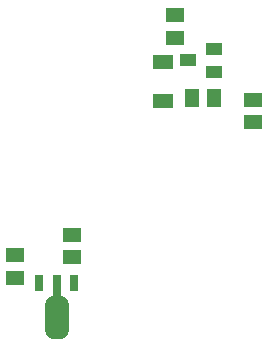
<source format=gbr>
G04 EAGLE Gerber X2 export*
%TF.Part,Single*%
%TF.FileFunction,Paste,Top*%
%TF.FilePolarity,Positive*%
%TF.GenerationSoftware,Autodesk,EAGLE,8.7.1*%
%TF.CreationDate,2019-02-08T14:13:12Z*%
G75*
%MOMM*%
%FSLAX34Y34*%
%LPD*%
%AMOC8*
5,1,8,0,0,1.08239X$1,22.5*%
G01*
%ADD10R,1.500000X1.300000*%
%ADD11R,1.400000X1.000000*%
%ADD12R,1.800000X1.200000*%
%ADD13R,1.300000X1.500000*%
%ADD14R,0.800000X1.400000*%
%ADD15R,0.800000X1.900000*%
%ADD16C,1.524000*%


D10*
X211138Y139725D03*
X211138Y158725D03*
X163513Y122263D03*
X163513Y141263D03*
X298450Y344463D03*
X298450Y325463D03*
D11*
X309675Y306388D03*
X331675Y315888D03*
X331675Y296888D03*
D12*
X288925Y272425D03*
X288925Y305425D03*
D13*
X331763Y274638D03*
X312763Y274638D03*
D10*
X365125Y273025D03*
X365125Y254025D03*
D14*
X213428Y118235D03*
X183448Y118235D03*
D15*
X198438Y115695D03*
D16*
X195898Y99655D02*
X200978Y99655D01*
X200978Y78395D01*
X195898Y78395D01*
X195898Y99655D01*
X195898Y93634D02*
X200978Y93634D01*
M02*

</source>
